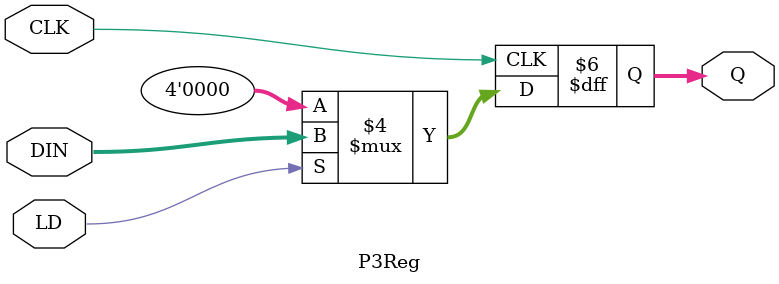
<source format=sv>
`timescale 1ns / 1ps


module P3Reg(
    input [3:0] DIN,
    input LD,
    input CLK,
    output logic [3:0] Q
    );
        
    always_ff @(posedge CLK)
        begin
            if (LD == 1)
                Q <= DIN;
            else
                Q <= 4'b0;  
        end
endmodule
</source>
